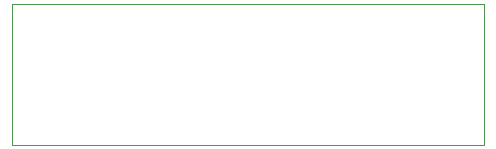
<source format=gbo>
G75*
G70*
%OFA0B0*%
%FSLAX24Y24*%
%IPPOS*%
%LPD*%
%AMOC8*
5,1,8,0,0,1.08239X$1,22.5*
%
%ADD10C,0.0000*%
D10*
X000347Y000347D02*
X016095Y000347D01*
X016095Y005071D01*
X000347Y005071D01*
X000347Y000347D01*
M02*

</source>
